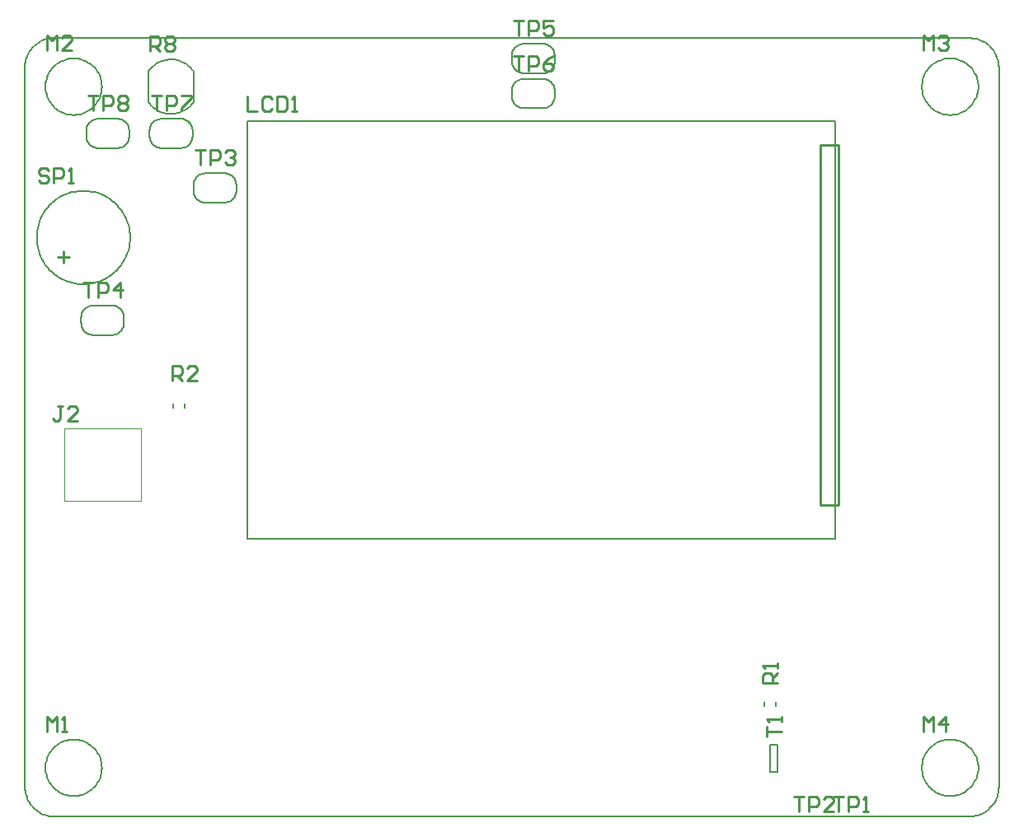
<source format=gto>
%FSTAX23Y23*%
%MOIN*%
%SFA1B1*%

%IPPOS*%
%ADD10C,0.005905*%
%ADD11C,0.006000*%
%ADD12C,0.003937*%
%ADD13C,0.010000*%
%LNpongboy-1*%
%LPD*%
G54D10*
X00421Y02775D02*
D01*
X00421Y02778*
X0042Y02782*
X0042Y02785*
X00419Y02788*
X00418Y02791*
X00417Y02794*
X00415Y02797*
X00414Y028*
X00412Y02803*
X0041Y02805*
X00408Y02808*
X00405Y0281*
X00403Y02812*
X004Y02814*
X00397Y02816*
X00394Y02817*
X00391Y02819*
X00388Y0282*
X00385Y02821*
X00382Y02821*
X00378Y02822*
X00375Y02822*
X00374Y02822*
X00248Y02751D02*
D01*
X00248Y02748*
X00248Y02745*
X00249Y02741*
X00249Y02738*
X0025Y02735*
X00252Y02732*
X00253Y02729*
X00255Y02726*
X00257Y02724*
X00259Y02721*
X00261Y02718*
X00263Y02716*
X00266Y02714*
X00268Y02712*
X00271Y0271*
X00274Y02709*
X00277Y02707*
X0028Y02706*
X00283Y02705*
X00287Y02705*
X0029Y02704*
X00293Y02704*
X00295Y02704*
X00374D02*
D01*
X00377Y02704*
X0038Y02705*
X00383Y02705*
X00387Y02706*
X0039Y02707*
X00393Y02708*
X00396Y0271*
X00399Y02711*
X00401Y02713*
X00404Y02715*
X00406Y02717*
X00409Y0272*
X00411Y02722*
X00413Y02725*
X00414Y02728*
X00416Y02731*
X00417Y02734*
X00418Y02737*
X00419Y0274*
X0042Y02743*
X00421Y02746*
X00421Y0275*
X00421Y02751*
X00295Y02822D02*
D01*
X00291Y02822*
X00288Y02822*
X00285Y02821*
X00282Y0282*
X00279Y02819*
X00276Y02818*
X00273Y02817*
X0027Y02815*
X00267Y02813*
X00264Y02811*
X00262Y02809*
X0026Y02807*
X00258Y02804*
X00256Y02801*
X00254Y02799*
X00252Y02796*
X00251Y02793*
X0025Y0279*
X00249Y02786*
X00248Y02783*
X00248Y0278*
X00248Y02777*
X00248Y02775*
X00425Y02342D02*
D01*
X00424Y02355*
X00423Y02368*
X00421Y02381*
X00417Y02394*
X00413Y02407*
X00408Y02419*
X00403Y02431*
X00396Y02442*
X00389Y02453*
X0038Y02463*
X00372Y02473*
X00362Y02482*
X00352Y02491*
X00341Y02499*
X0033Y02506*
X00319Y02512*
X00307Y02517*
X00294Y02522*
X00281Y02525*
X00269Y02528*
X00255Y0253*
X00242Y02531*
X00229*
X00216Y0253*
X00203Y02528*
X0019Y02525*
X00177Y02522*
X00165Y02517*
X00153Y02512*
X00141Y02506*
X0013Y02499*
X00119Y02491*
X00109Y02482*
X001Y02473*
X00091Y02463*
X00083Y02453*
X00075Y02442*
X00069Y02431*
X00063Y02419*
X00058Y02407*
X00054Y02394*
X00051Y02381*
X00049Y02368*
X00047Y02355*
X00047Y02342*
X00047Y02329*
X00049Y02316*
X00051Y02303*
X00054Y0229*
X00058Y02277*
X00063Y02265*
X00069Y02253*
X00075Y02242*
X00083Y02231*
X00091Y02221*
X001Y02211*
X00109Y02202*
X00119Y02193*
X0013Y02185*
X00141Y02178*
X00153Y02172*
X00165Y02167*
X00177Y02162*
X0019Y02159*
X00203Y02156*
X00216Y02154*
X00229Y02153*
X00242*
X00255Y02154*
X00269Y02156*
X00281Y02159*
X00294Y02162*
X00307Y02167*
X00319Y02172*
X0033Y02178*
X00341Y02185*
X00352Y02193*
X00362Y02202*
X00372Y02211*
X0038Y02221*
X00389Y02231*
X00396Y02242*
X00403Y02253*
X00408Y02265*
X00413Y02277*
X00417Y0229*
X00421Y02303*
X00423Y02316*
X00424Y02329*
X00425Y02342*
X00854Y02555D02*
D01*
X00854Y02558*
X00853Y02561*
X00853Y02564*
X00852Y02568*
X00851Y02571*
X0085Y02574*
X00848Y02577*
X00847Y0258*
X00845Y02582*
X00843Y02585*
X00841Y02587*
X00838Y0259*
X00836Y02592*
X00833Y02594*
X0083Y02596*
X00827Y02597*
X00824Y02598*
X00821Y026*
X00818Y026*
X00815Y02601*
X00812Y02602*
X00808Y02602*
X00807Y02602*
X00681Y02531D02*
D01*
X00681Y02528*
X00681Y02524*
X00682Y02521*
X00682Y02518*
X00683Y02515*
X00685Y02512*
X00686Y02509*
X00688Y02506*
X0069Y02503*
X00692Y02501*
X00694Y02498*
X00696Y02496*
X00699Y02494*
X00701Y02492*
X00704Y0249*
X00707Y02489*
X0071Y02487*
X00713Y02486*
X00716Y02485*
X0072Y02484*
X00723Y02484*
X00726Y02484*
X00728Y02484*
X00807D02*
D01*
X0081Y02484*
X00813Y02484*
X00816Y02485*
X0082Y02486*
X00823Y02487*
X00826Y02488*
X00829Y02489*
X00832Y02491*
X00834Y02493*
X00837Y02495*
X00839Y02497*
X00842Y02499*
X00844Y02502*
X00846Y02505*
X00848Y02507*
X00849Y0251*
X0085Y02513*
X00852Y02516*
X00852Y0252*
X00853Y02523*
X00854Y02526*
X00854Y02529*
X00854Y02531*
X00728Y02602D02*
D01*
X00725Y02602*
X00721Y02601*
X00718Y02601*
X00715Y026*
X00712Y02599*
X00709Y02598*
X00706Y02596*
X00703Y02595*
X007Y02593*
X00697Y02591*
X00695Y02589*
X00693Y02586*
X00691Y02584*
X00689Y02581*
X00687Y02578*
X00685Y02575*
X00684Y02572*
X00683Y02569*
X00682Y02566*
X00681Y02563*
X00681Y0256*
X00681Y02556*
X00681Y02555*
X004Y02019D02*
D01*
X004Y02022*
X00399Y02026*
X00399Y02029*
X00398Y02032*
X00397Y02035*
X00396Y02038*
X00394Y02041*
X00393Y02044*
X00391Y02047*
X00389Y0205*
X00386Y02052*
X00384Y02054*
X00382Y02056*
X00379Y02058*
X00376Y0206*
X00373Y02062*
X0037Y02063*
X00367Y02064*
X00364Y02065*
X00361Y02066*
X00357Y02066*
X00354Y02066*
X00352Y02066*
X00226Y01996D02*
D01*
X00227Y01992*
X00227Y01989*
X00228Y01986*
X00228Y01983*
X00229Y01979*
X00231Y01976*
X00232Y01973*
X00234Y01971*
X00235Y01968*
X00238Y01965*
X0024Y01963*
X00242Y0196*
X00245Y01958*
X00247Y01956*
X0025Y01955*
X00253Y01953*
X00256Y01952*
X00259Y01951*
X00262Y0195*
X00266Y01949*
X00269Y01949*
X00272Y01948*
X00274Y01948*
X00352D02*
D01*
X00356Y01948*
X00359Y01949*
X00362Y01949*
X00365Y0195*
X00369Y01951*
X00372Y01952*
X00375Y01954*
X00377Y01955*
X0038Y01957*
X00383Y01959*
X00385Y01962*
X00388Y01964*
X0039Y01966*
X00392Y01969*
X00393Y01972*
X00395Y01975*
X00396Y01978*
X00397Y01981*
X00398Y01984*
X00399Y01987*
X00399Y01991*
X004Y01994*
X004Y01996*
X00274Y02066D02*
D01*
X0027Y02066*
X00267Y02066*
X00264Y02065*
X00261Y02065*
X00258Y02064*
X00254Y02062*
X00252Y02061*
X00249Y02059*
X00246Y02057*
X00243Y02055*
X00241Y02053*
X00239Y02051*
X00236Y02048*
X00235Y02046*
X00233Y02043*
X00231Y0204*
X0023Y02037*
X00229Y02034*
X00228Y02031*
X00227Y02027*
X00227Y02024*
X00226Y02021*
X00226Y02019*
X01968Y02913D02*
D01*
X01968Y0291*
X01968Y02906*
X01969Y02903*
X0197Y029*
X01971Y02897*
X01972Y02894*
X01974Y02891*
X01975Y02888*
X01977Y02885*
X01979Y02883*
X01981Y0288*
X01984Y02878*
X01986Y02876*
X01989Y02874*
X01992Y02872*
X01995Y0287*
X01998Y02869*
X02001Y02868*
X02004Y02867*
X02007Y02866*
X0201Y02866*
X02014Y02866*
X02015Y02866*
X02141Y02937D02*
D01*
X02141Y0294*
X02141Y02943*
X0214Y02946*
X02139Y0295*
X02138Y02953*
X02137Y02956*
X02136Y02959*
X02134Y02962*
X02132Y02964*
X0213Y02967*
X02128Y02969*
X02126Y02972*
X02123Y02974*
X0212Y02976*
X02118Y02977*
X02115Y02979*
X02112Y0298*
X02109Y02981*
X02105Y02982*
X02102Y02983*
X02099Y02983*
X02096Y02984*
X02094Y02984*
X02015D02*
D01*
X02012Y02984*
X02009Y02983*
X02005Y02983*
X02002Y02982*
X01999Y02981*
X01996Y0298*
X01993Y02978*
X0199Y02977*
X01987Y02975*
X01985Y02973*
X01982Y0297*
X0198Y02968*
X01978Y02966*
X01976Y02963*
X01974Y0296*
X01973Y02957*
X01971Y02954*
X0197Y02951*
X01969Y02948*
X01969Y02945*
X01968Y02941*
X01968Y02938*
X01968Y02937*
X02094Y02866D02*
D01*
X02097Y02866*
X02101Y02866*
X02104Y02867*
X02107Y02867*
X0211Y02868*
X02113Y0287*
X02116Y02871*
X02119Y02873*
X02122Y02875*
X02124Y02877*
X02127Y02879*
X02129Y02881*
X02131Y02884*
X02133Y02886*
X02135Y02889*
X02136Y02892*
X02138Y02895*
X02139Y02898*
X0214Y02901*
X02141Y02905*
X02141Y02908*
X02141Y02911*
X02141Y02913*
Y03078D02*
D01*
X02141Y03082*
X02141Y03085*
X0214Y03088*
X02139Y03091*
X02138Y03094*
X02137Y03097*
X02136Y031*
X02134Y03103*
X02132Y03106*
X0213Y03109*
X02128Y03111*
X02126Y03113*
X02123Y03115*
X0212Y03117*
X02118Y03119*
X02115Y03121*
X02112Y03122*
X02109Y03123*
X02105Y03124*
X02102Y03125*
X02099Y03125*
X02096Y03125*
X02094Y03125*
X01968Y03055D02*
D01*
X01968Y03051*
X01968Y03048*
X01969Y03045*
X0197Y03042*
X01971Y03038*
X01972Y03035*
X01974Y03032*
X01975Y0303*
X01977Y03027*
X01979Y03024*
X01981Y03022*
X01984Y0302*
X01986Y03017*
X01989Y03015*
X01992Y03014*
X01995Y03012*
X01998Y03011*
X02001Y0301*
X02004Y03009*
X02007Y03008*
X0201Y03008*
X02014Y03007*
X02015Y03007*
X02094D02*
D01*
X02097Y03007*
X02101Y03008*
X02104Y03008*
X02107Y03009*
X0211Y0301*
X02113Y03011*
X02116Y03013*
X02119Y03015*
X02122Y03016*
X02124Y03018*
X02127Y03021*
X02129Y03023*
X02131Y03026*
X02133Y03028*
X02135Y03031*
X02136Y03034*
X02138Y03037*
X02139Y0304*
X0214Y03043*
X02141Y03046*
X02141Y0305*
X02141Y03053*
X02141Y03055*
X02015Y03125D02*
D01*
X02012Y03125*
X02009Y03125*
X02005Y03124*
X02002Y03124*
X01999Y03123*
X01996Y03121*
X01993Y0312*
X0199Y03118*
X01987Y03116*
X01985Y03114*
X01982Y03112*
X0198Y0311*
X01978Y03107*
X01976Y03105*
X01974Y03102*
X01973Y03099*
X01971Y03096*
X0197Y03093*
X01969Y0309*
X01969Y03086*
X01968Y03083*
X01968Y0308*
X01968Y03078*
X00677Y02775D02*
D01*
X00677Y02778*
X00676Y02782*
X00676Y02785*
X00675Y02788*
X00674Y02791*
X00673Y02794*
X00671Y02797*
X00669Y028*
X00668Y02803*
X00666Y02805*
X00663Y02808*
X00661Y0281*
X00659Y02812*
X00656Y02814*
X00653Y02816*
X0065Y02818*
X00647Y02819*
X00644Y0282*
X00641Y02821*
X00638Y02822*
X00634Y02822*
X00631Y02822*
X00629Y02822*
X00503Y02751D02*
D01*
X00504Y02748*
X00504Y02745*
X00504Y02742*
X00505Y02738*
X00506Y02735*
X00508Y02732*
X00509Y02729*
X00511Y02726*
X00512Y02724*
X00514Y02721*
X00517Y02719*
X00519Y02716*
X00522Y02714*
X00524Y02712*
X00527Y02711*
X0053Y02709*
X00533Y02708*
X00536Y02707*
X00539Y02706*
X00542Y02705*
X00546Y02704*
X00549Y02704*
X00551Y02704*
X00629D02*
D01*
X00633Y02704*
X00636Y02705*
X00639Y02705*
X00642Y02706*
X00646Y02707*
X00649Y02708*
X00652Y0271*
X00654Y02711*
X00657Y02713*
X0066Y02715*
X00662Y02717*
X00665Y0272*
X00667Y02722*
X00669Y02725*
X0067Y02728*
X00672Y02731*
X00673Y02734*
X00674Y02737*
X00675Y0274*
X00676Y02743*
X00676Y02747*
X00677Y0275*
X00677Y02751*
X00551Y02822D02*
D01*
X00547Y02822*
X00544Y02822*
X00541Y02821*
X00538Y02821*
X00535Y02819*
X00531Y02818*
X00529Y02817*
X00526Y02815*
X00523Y02813*
X0052Y02811*
X00518Y02809*
X00516Y02807*
X00513Y02804*
X00512Y02802*
X0051Y02799*
X00508Y02796*
X00507Y02793*
X00506Y0279*
X00505Y02787*
X00504Y02783*
X00504Y0278*
X00503Y02777*
X00503Y02775*
X03854Y00196D02*
D01*
X03854Y00204*
X03853Y00212*
X03851Y0022*
X03849Y00228*
X03847Y00235*
X03844Y00243*
X0384Y0025*
X03836Y00257*
X03832Y00263*
X03827Y0027*
X03822Y00276*
X03816Y00281*
X0381Y00286*
X03804Y00291*
X03797Y00295*
X0379Y00299*
X03782Y00302*
X03775Y00305*
X03767Y00307*
X03759Y00309*
X03752Y0031*
X03744Y0031*
X03736*
X03728Y0031*
X0372Y00309*
X03712Y00307*
X03704Y00305*
X03697Y00302*
X0369Y00299*
X03683Y00295*
X03676Y00291*
X03669Y00286*
X03663Y00281*
X03658Y00276*
X03652Y0027*
X03647Y00263*
X03643Y00257*
X03639Y0025*
X03635Y00243*
X03632Y00235*
X0363Y00228*
X03628Y0022*
X03627Y00212*
X03626Y00204*
X03625Y00196*
X03626Y00188*
X03627Y0018*
X03628Y00173*
X0363Y00165*
X03632Y00157*
X03635Y0015*
X03639Y00143*
X03643Y00136*
X03647Y00129*
X03652Y00123*
X03658Y00117*
X03663Y00112*
X03669Y00106*
X03676Y00102*
X03683Y00097*
X0369Y00094*
X03697Y0009*
X03704Y00088*
X03712Y00086*
X0372Y00084*
X03728Y00083*
X03736Y00082*
X03744*
X03752Y00083*
X03759Y00084*
X03767Y00086*
X03775Y00088*
X03782Y0009*
X0379Y00094*
X03797Y00097*
X03804Y00102*
X0381Y00106*
X03816Y00112*
X03822Y00117*
X03827Y00123*
X03832Y00129*
X03836Y00136*
X0384Y00143*
X03844Y0015*
X03847Y00157*
X03849Y00165*
X03851Y00173*
X03853Y0018*
X03854Y00188*
X03854Y00196*
Y02952D02*
D01*
X03854Y0296*
X03853Y02968*
X03851Y02976*
X03849Y02984*
X03847Y02991*
X03844Y02999*
X0384Y03006*
X03836Y03013*
X03832Y03019*
X03827Y03026*
X03822Y03032*
X03816Y03037*
X0381Y03042*
X03804Y03047*
X03797Y03051*
X0379Y03055*
X03782Y03058*
X03775Y03061*
X03767Y03063*
X03759Y03065*
X03752Y03066*
X03744Y03066*
X03736*
X03728Y03066*
X0372Y03065*
X03712Y03063*
X03704Y03061*
X03697Y03058*
X0369Y03055*
X03683Y03051*
X03676Y03047*
X03669Y03042*
X03663Y03037*
X03658Y03032*
X03652Y03026*
X03647Y03019*
X03643Y03013*
X03639Y03006*
X03635Y02999*
X03632Y02991*
X0363Y02984*
X03628Y02976*
X03627Y02968*
X03626Y0296*
X03625Y02952*
X03626Y02944*
X03627Y02936*
X03628Y02929*
X0363Y02921*
X03632Y02913*
X03635Y02906*
X03639Y02899*
X03643Y02892*
X03647Y02885*
X03652Y02879*
X03658Y02873*
X03663Y02867*
X03669Y02862*
X03676Y02858*
X03683Y02853*
X0369Y0285*
X03697Y02846*
X03704Y02844*
X03712Y02841*
X0372Y0284*
X03728Y02839*
X03736Y02838*
X03744*
X03752Y02839*
X03759Y0284*
X03767Y02841*
X03775Y02844*
X03782Y02846*
X0379Y0285*
X03797Y02853*
X03804Y02858*
X0381Y02862*
X03816Y02867*
X03822Y02873*
X03827Y02879*
X03832Y02885*
X03836Y02892*
X0384Y02899*
X03844Y02906*
X03847Y02913*
X03849Y02921*
X03851Y02929*
X03853Y02936*
X03854Y02944*
X03854Y02952*
X00311D02*
D01*
X0031Y0296*
X00309Y02968*
X00308Y02976*
X00306Y02984*
X00304Y02991*
X00301Y02999*
X00297Y03006*
X00293Y03013*
X00289Y03019*
X00284Y03026*
X00278Y03032*
X00273Y03037*
X00267Y03042*
X0026Y03047*
X00253Y03051*
X00246Y03055*
X00239Y03058*
X00232Y03061*
X00224Y03063*
X00216Y03065*
X00208Y03066*
X002Y03066*
X00192*
X00184Y03066*
X00177Y03065*
X00169Y03063*
X00161Y03061*
X00154Y03058*
X00146Y03055*
X00139Y03051*
X00133Y03047*
X00126Y03042*
X0012Y03037*
X00114Y03032*
X00109Y03026*
X00104Y03019*
X001Y03013*
X00096Y03006*
X00092Y02999*
X00089Y02991*
X00087Y02984*
X00085Y02976*
X00083Y02968*
X00082Y0296*
X00082Y02952*
X00082Y02944*
X00083Y02936*
X00085Y02929*
X00087Y02921*
X00089Y02913*
X00092Y02906*
X00096Y02899*
X001Y02892*
X00104Y02885*
X00109Y02879*
X00114Y02873*
X0012Y02867*
X00126Y02862*
X00133Y02858*
X00139Y02853*
X00146Y0285*
X00154Y02846*
X00161Y02844*
X00169Y02841*
X00177Y0284*
X00184Y02839*
X00192Y02838*
X002*
X00208Y02839*
X00216Y0284*
X00224Y02841*
X00232Y02844*
X00239Y02846*
X00246Y0285*
X00253Y02853*
X0026Y02858*
X00267Y02862*
X00273Y02867*
X00278Y02873*
X00284Y02879*
X00289Y02885*
X00293Y02892*
X00297Y02899*
X00301Y02906*
X00304Y02913*
X00306Y02921*
X00308Y02929*
X00309Y02936*
X0031Y02944*
X00311Y02952*
X00311Y00196D02*
D01*
X0031Y00204*
X00309Y00212*
X00308Y0022*
X00306Y00228*
X00304Y00235*
X00301Y00243*
X00297Y0025*
X00293Y00257*
X00289Y00263*
X00284Y0027*
X00278Y00276*
X00273Y00281*
X00267Y00286*
X0026Y00291*
X00253Y00295*
X00246Y00299*
X00239Y00302*
X00232Y00305*
X00224Y00307*
X00216Y00309*
X00208Y0031*
X002Y0031*
X00192*
X00184Y0031*
X00177Y00309*
X00169Y00307*
X00161Y00305*
X00154Y00302*
X00146Y00299*
X00139Y00295*
X00133Y00291*
X00126Y00286*
X0012Y00281*
X00114Y00276*
X00109Y0027*
X00104Y00263*
X001Y00257*
X00096Y0025*
X00092Y00243*
X00089Y00235*
X00087Y00228*
X00085Y0022*
X00083Y00212*
X00082Y00204*
X00082Y00196*
X00082Y00188*
X00083Y0018*
X00085Y00173*
X00087Y00165*
X00089Y00157*
X00092Y0015*
X00096Y00143*
X001Y00136*
X00104Y00129*
X00109Y00123*
X00114Y00117*
X0012Y00112*
X00126Y00106*
X00133Y00102*
X00139Y00097*
X00146Y00094*
X00154Y0009*
X00161Y00088*
X00169Y00086*
X00177Y00084*
X00184Y00083*
X00192Y00082*
X002*
X00208Y00083*
X00216Y00084*
X00224Y00086*
X00232Y00088*
X00239Y0009*
X00246Y00094*
X00253Y00097*
X0026Y00102*
X00267Y00106*
X00273Y00112*
X00278Y00117*
X00284Y00123*
X00289Y00129*
X00293Y00136*
X00297Y00143*
X00301Y0015*
X00304Y00157*
X00306Y00165*
X00308Y00173*
X00309Y0018*
X0031Y00188*
X00311Y00196*
X005Y02889D02*
D01*
X00504Y02883*
X00509Y02877*
X00515Y02872*
X0052Y02867*
X00527Y02862*
X00533Y02858*
X0054Y02854*
X00547Y02851*
X00554Y02848*
X00561Y02846*
X00569Y02844*
X00576Y02843*
X00584Y02842*
X00592Y02842*
X00599Y02842*
X00607Y02843*
X00614Y02845*
X00622Y02847*
X00629Y02849*
X00636Y02852*
X00643Y02856*
X0065Y0286*
X00656Y02864*
X00662Y02869*
X00668Y02874*
X00673Y0288*
X00678Y02886*
X00681Y02889*
Y03015D02*
D01*
X00676Y03021*
X00671Y03027*
X00666Y03033*
X0066Y03038*
X00654Y03042*
X00647Y03047*
X0064Y0305*
X00633Y03054*
X00626Y03056*
X00619Y03059*
X00611Y0306*
X00604Y03062*
X00596Y03062*
X00589Y03062*
X00581Y03062*
X00573Y03061*
X00566Y0306*
X00558Y03058*
X00551Y03055*
X00544Y03052*
X00537Y03049*
X0053Y03045*
X00524Y03041*
X00518Y03036*
X00512Y0303*
X00507Y03025*
X00502Y03019*
X005Y03015*
X00295Y02822D02*
X00374D01*
X00248Y02751D02*
Y02775D01*
X00421Y02751D02*
Y02775D01*
X00295Y02704D02*
X00374D01*
X00645Y01653D02*
Y01669D01*
X00598Y01653D02*
Y01669D01*
X03011Y00291D02*
X03043D01*
X03011Y00181D02*
X03043D01*
X03011D02*
Y00291D01*
X03043Y00181D02*
Y00291D01*
X03035Y00448D02*
Y00464D01*
X02988Y00448D02*
Y00464D01*
X00728Y02602D02*
X00807D01*
X00681Y02531D02*
Y02555D01*
X00854Y02531D02*
Y02555D01*
X00728Y02484D02*
X00807D01*
X00274Y02066D02*
X00352D01*
X00226Y01996D02*
Y02019D01*
X004Y01996D02*
Y02019D01*
X00274Y01948D02*
X00352D01*
X02015Y02866D02*
X02094D01*
X02141Y02913D02*
Y02937D01*
X01968Y02913D02*
Y02937D01*
X02015Y02984D02*
X02094D01*
X02015Y03125D02*
X02094D01*
X01968Y03055D02*
Y03078D01*
X02141Y03055D02*
Y03078D01*
X02015Y03007D02*
X02094D01*
X00551Y02822D02*
X00629D01*
X00503Y02751D02*
Y02775D01*
X00677Y02751D02*
Y02775D01*
X00551Y02704D02*
X00629D01*
X00681Y02889D02*
Y03015D01*
X005Y02889D02*
Y03015D01*
X0Y00118D02*
D01*
X0Y00109*
X00001Y00101*
X00002Y00093*
X00004Y00085*
X00007Y00077*
X0001Y0007*
X00013Y00062*
X00017Y00055*
X00022Y00048*
X00027Y00042*
X00033Y00036*
X00039Y0003*
X00045Y00025*
X00052Y0002*
X00059Y00015*
X00066Y00011*
X00073Y00008*
X00081Y00005*
X00089Y00003*
X00097Y00001*
X00105Y0*
X00113Y0*
X00118Y0*
X03819D02*
D01*
X03827Y0*
X03835Y00001*
X03843Y00002*
X03851Y00004*
X03859Y00007*
X03867Y0001*
X03874Y00013*
X03881Y00017*
X03888Y00022*
X03894Y00027*
X039Y00033*
X03906Y00039*
X03912Y00045*
X03916Y00051*
X03921Y00058*
X03925Y00066*
X03928Y00073*
X03931Y00081*
X03933Y00089*
X03935Y00097*
X03936Y00105*
X03936Y00113*
X03937Y00117*
Y03031D02*
D01*
X03936Y03039*
X03935Y03047*
X03934Y03056*
X03932Y03064*
X03929Y03071*
X03926Y03079*
X03923Y03086*
X03919Y03094*
X03914Y031*
X03909Y03107*
X03903Y03113*
X03897Y03119*
X03891Y03124*
X03884Y03129*
X03877Y03133*
X0387Y03137*
X03863Y03141*
X03855Y03143*
X03847Y03146*
X03839Y03147*
X03831Y03148*
X03823Y03149*
X03818Y03149*
X00118D02*
D01*
X00109Y03149*
X00101Y03148*
X00093Y03147*
X00085Y03145*
X00077Y03142*
X0007Y03139*
X00062Y03135*
X00055Y03131*
X00048Y03127*
X00042Y03121*
X00036Y03116*
X0003Y0311*
X00025Y03104*
X0002Y03097*
X00015Y0309*
X00011Y03083*
X00008Y03075*
X00005Y03067*
X00003Y0306*
X00001Y03052*
X0Y03043*
X0Y03035*
X0Y03031*
X00118Y0D02*
X03819D01*
X03937Y00117D02*
Y03031D01*
X00118Y03149D02*
X03818D01*
X0Y00118D02*
Y03031D01*
G54D11*
X00897Y01122D02*
Y02814D01*
X03275Y01122D02*
Y02814D01*
X00897D02*
X03275D01*
X00897Y01122D02*
X03275D01*
G54D12*
X0016Y01569D02*
X00467D01*
Y01278D02*
Y01569D01*
X0016Y01278D02*
Y01569D01*
Y01278D02*
X00467D01*
G54D13*
X00156Y0224D02*
Y02288D01*
X0018Y02264D02*
X00131D01*
X00255Y02916D02*
X00295D01*
X00275*
Y02856*
X00315D02*
Y02916D01*
X00345*
X00355Y02906*
Y02886*
X00345Y02876*
X00315*
X00375Y02906D02*
X00385Y02916D01*
X00405*
X00415Y02906*
Y02896*
X00405Y02886*
X00415Y02876*
Y02866*
X00405Y02856*
X00385*
X00375Y02866*
Y02876*
X00385Y02886*
X00375Y02896*
Y02906*
X00385Y02886D02*
X00405D01*
X00511Y02916D02*
X00551D01*
X00531*
Y02856*
X00571D02*
Y02916D01*
X00601*
X00611Y02906*
Y02886*
X00601Y02876*
X00571*
X00631Y02916D02*
X00671D01*
Y02906*
X00631Y02866*
Y02856*
X01975Y03076D02*
X02015D01*
X01995*
Y03016*
X02035D02*
Y03076D01*
X02065*
X02075Y03066*
Y03046*
X02065Y03036*
X02035*
X02135Y03076D02*
X02115Y03066D01*
X02095Y03046*
Y03026*
X02105Y03016*
X02125*
X02135Y03026*
Y03036*
X02125Y03046*
X02095*
X01975Y03219D02*
X02015D01*
X01995*
Y03159*
X02035D02*
Y03219D01*
X02065*
X02075Y03209*
Y03189*
X02065Y03179*
X02035*
X02135Y03219D02*
X02095D01*
Y03189*
X02115Y03199*
X02125*
X02135Y03189*
Y03169*
X02125Y03159*
X02105*
X02095Y03169*
X00234Y0216D02*
X00274D01*
X00254*
Y021*
X00294D02*
Y0216D01*
X00324*
X00334Y0215*
Y0213*
X00324Y0212*
X00294*
X00384Y021D02*
Y0216D01*
X00354Y0213*
X00394*
X00688Y02695D02*
X00728D01*
X00708*
Y02635*
X00748D02*
Y02695D01*
X00778*
X00788Y02685*
Y02665*
X00778Y02655*
X00748*
X00808Y02685D02*
X00818Y02695D01*
X00838*
X00848Y02685*
Y02675*
X00838Y02665*
X00828*
X00838*
X00848Y02655*
Y02645*
X00838Y02635*
X00818*
X00808Y02645*
X0311Y00079D02*
X0315D01*
X0313*
Y00019*
X0317D02*
Y00079D01*
X032*
X0321Y00069*
Y00049*
X032Y00039*
X0317*
X0327Y00019D02*
X0323D01*
X0327Y00059*
Y00069*
X0326Y00079*
X0324*
X0323Y00069*
X03267Y00079D02*
X03307D01*
X03287*
Y00019*
X03327D02*
Y00079D01*
X03357*
X03367Y00069*
Y00049*
X03357Y00039*
X03327*
X03387Y00019D02*
X03407D01*
X03397*
Y00079*
X03387Y00069*
X02999Y00322D02*
Y00362D01*
Y00342*
X03059*
Y00382D02*
Y00402D01*
Y00392*
X02999*
X03009Y00382*
X00094Y02614D02*
X00084Y02624D01*
X00064*
X00054Y02614*
Y02604*
X00064Y02594*
X00084*
X00094Y02584*
Y02574*
X00084Y02564*
X00064*
X00054Y02574*
X00114Y02564D02*
Y02624D01*
X00144*
X00154Y02614*
Y02594*
X00144Y02584*
X00114*
X00174Y02564D02*
X00194D01*
X00184*
Y02624*
X00174Y02614*
X00506Y03095D02*
Y03155D01*
X00536*
X00546Y03145*
Y03125*
X00536Y03115*
X00506*
X00526D02*
X00546Y03095D01*
X00566Y03145D02*
X00576Y03155D01*
X00596*
X00606Y03145*
Y03135*
X00596Y03125*
X00606Y03115*
Y03105*
X00596Y03095*
X00576*
X00566Y03105*
Y03115*
X00576Y03125*
X00566Y03135*
Y03145*
X00576Y03125D02*
X00596D01*
X00596Y01763D02*
Y01823D01*
X00626*
X00636Y01813*
Y01793*
X00626Y01783*
X00596*
X00616D02*
X00636Y01763D01*
X00696D02*
X00656D01*
X00696Y01803*
Y01813*
X00686Y01823*
X00666*
X00656Y01813*
X03043Y00539D02*
X02983D01*
Y00569*
X02993Y00579*
X03013*
X03023Y00569*
Y00539*
Y00559D02*
X03043Y00579D01*
Y00599D02*
Y00619D01*
Y00609*
X02983*
X02993Y00599*
X03632Y00343D02*
Y00403D01*
X03652Y00383*
X03672Y00403*
Y00343*
X03722D02*
Y00403D01*
X03692Y00373*
X03732*
X03632Y03099D02*
Y03159D01*
X03652Y03139*
X03672Y03159*
Y03099*
X03692Y03149D02*
X03702Y03159D01*
X03722*
X03732Y03149*
Y03139*
X03722Y03129*
X03712*
X03722*
X03732Y03119*
Y03109*
X03722Y03099*
X03702*
X03692Y03109*
X00089Y03099D02*
Y03159D01*
X00109Y03139*
X00129Y03159*
Y03099*
X00189D02*
X00149D01*
X00189Y03139*
Y03149*
X00179Y03159*
X00159*
X00149Y03149*
X00089Y00343D02*
Y00403D01*
X00109Y00383*
X00129Y00403*
Y00343*
X00149D02*
X00169D01*
X00159*
Y00403*
X00149Y00393*
X00898Y02913D02*
Y02853D01*
X00938*
X00998Y02903D02*
X00988Y02913D01*
X00968*
X00958Y02903*
Y02863*
X00968Y02853*
X00988*
X00998Y02863*
X01018Y02913D02*
Y02853D01*
X01048*
X01058Y02863*
Y02903*
X01048Y02913*
X01018*
X01078Y02853D02*
X01098D01*
X01088*
Y02913*
X01078Y02903*
X00152Y01661D02*
X00132D01*
X00142*
Y01611*
X00132Y01601*
X00122*
X00112Y01611*
X00212Y01601D02*
X00172D01*
X00212Y01641*
Y01651*
X00202Y01661*
X00182*
X00172Y01651*
X03216Y02716D02*
Y01259D01*
X03287*
Y02716D02*
Y01259D01*
X03216Y02716D02*
X03287D01*
M02*
</source>
